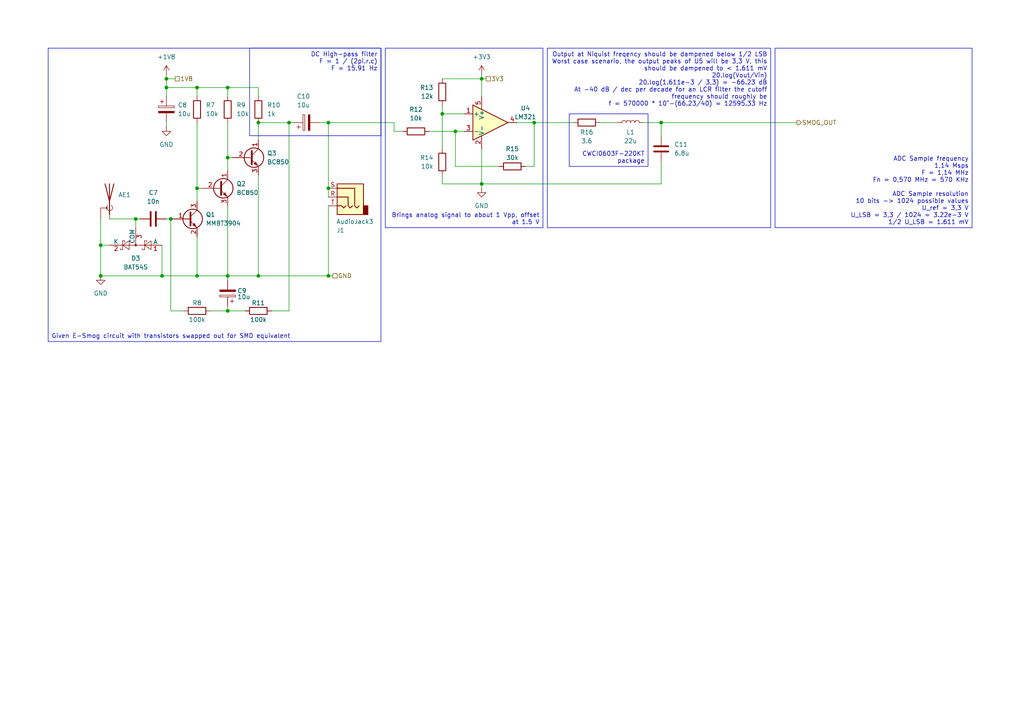
<source format=kicad_sch>
(kicad_sch (version 20231120) (generator "eeschema") (generator_version "8.0")
  (paper "A4")
  (title_block (title "E-Smog detector receiver") (date "2024-03-15") (rev "0.2") (company "ARNweb Inc. ") (comment 1 "1798423") (comment 2 "Arne van Iterson"))
  (lib_symbols
    (symbol "Amplifier_Operational:LM321" (pin_names (offset 0.127))
      (property "Reference" "U" (at 0 7.62 0))
      (property "Value" "LM321" (at 0 5.08 0))
      (symbol "LM321_0_1"
        (polyline (pts (xy -5.08 5.08) (xy 5.08 0) (xy -5.08 -5.08) (xy -5.08 5.08)) (stroke (width 0.254)) (fill (type background)))
      )
      (symbol "LM321_1_1"
        (pin input line (at -7.62 2.54 0) (length 2.54) (name "+") (number "1"))
        (pin power_in line (at -2.54 -7.62 90) (length 3.81) (name "V-") (number "2"))
        (pin input line (at -7.62 -2.54 0) (length 2.54) (name "-") (number "3"))
        (pin output line (at 7.62 0 180) (length 2.54) (name "~") (number "4"))
        (pin power_in line (at -2.54 7.62 270) (length 3.81) (name "V+") (number "5"))
      )
    )
    (symbol "Connector_Audio:AudioJack3"
      (property "Reference" "J" (at 0 8.89 0))
      (property "Value" "AudioJack3" (at 0 6.35 0))
      (symbol "AudioJack3_0_1"
        (rectangle (start -5.08 -5.08) (end -6.35 -2.54) (stroke (width 0.254)) (fill (type outline)))
        (polyline (pts (xy 0 -2.54) (xy 0.635 -3.175) (xy 1.27 -2.54) (xy 2.54 -2.54)) (stroke (width 0.254)))
        (polyline (pts (xy -1.905 -2.54) (xy -1.27 -3.175) (xy -0.635 -2.54) (xy -0.635 0) (xy 2.54 0)) (stroke (width 0.254)))
        (polyline (pts (xy 2.54 2.54) (xy -2.54 2.54) (xy -2.54 -2.54) (xy -3.175 -3.175) (xy -3.81 -2.54)) (stroke (width 0.254)))
        (rectangle (start 2.54 3.81) (end -5.08 -5.08) (stroke (width 0.254)) (fill (type background)))
      )
      (symbol "AudioJack3_1_1"
        (pin passive line (at 5.08 0 180) (length 2.54) (name "~") (number "R"))
        (pin passive line (at 5.08 2.54 180) (length 2.54) (name "~") (number "S"))
        (pin passive line (at 5.08 -2.54 180) (length 2.54) (name "~") (number "T"))
      )
    )
    (symbol "Device:Antenna_Shield" (pin_numbers hide) (pin_names (offset 1.016) hide)
      (property "Reference" "AE" (at -1.905 4.445 0))
      (property "Value" "Antenna_Shield" (at -1.905 2.54 0))
      (symbol "Antenna_Shield_0_1"
        (arc (start -0.508 -1.143) (mid -0.8429 -2.1194) (end 0 -2.667))
        (arc (start 0 -2.667) (mid 0.7989 -2.1052) (end 0.508 -1.143))
        (polyline (pts (xy 0 -2.54) (xy 0 0)))
        (polyline (pts (xy 0 5.08) (xy 0 -3.81)) (stroke (width 0.254)))
        (polyline (pts (xy 0.762 -1.905) (xy 2.54 -1.905)))
        (polyline (pts (xy 2.54 -2.54) (xy 2.54 -1.905)))
        (polyline (pts (xy 1.27 5.08) (xy 0 0) (xy -1.27 5.08)) (stroke (width 0.254)))
        (circle (center 0.762 -1.905) (radius 0.1778) (fill (type outline)))
      )
      (symbol "Antenna_Shield_1_1"
        (pin input line (at 0 -5.08 90) (length 2.54) (name "A") (number "1"))
        (pin input line (at 2.54 -5.08 90) (length 2.54) (name "Shield") (number "2"))
      )
    )
    (symbol "Device:C" (pin_numbers hide) (pin_names (offset 0.254))
      (property "Reference" "C" (at 0.635 2.54 0))
      (property "Value" "C" (at 0.635 -2.54 0))
      (symbol "C_0_1"
        (polyline (pts (xy -2.032 -0.762) (xy 2.032 -0.762)) (stroke (width 0.508)))
        (polyline (pts (xy -2.032 0.762) (xy 2.032 0.762)) (stroke (width 0.508)))
      )
      (symbol "C_1_1"
        (pin passive line (at 0 3.81 270) (length 2.794) (name "~") (number "1"))
        (pin passive line (at 0 -3.81 90) (length 2.794) (name "~") (number "2"))
      )
    )
    (symbol "Device:C_Polarized" (pin_numbers hide) (pin_names (offset 0.254))
      (property "Reference" "C" (at 0.635 2.54 0))
      (property "Value" "C_Polarized" (at 0.635 -2.54 0))
      (symbol "C_Polarized_0_1"
        (rectangle (start -2.286 0.508) (end 2.286 1.016))
        (polyline (pts (xy -1.778 2.286) (xy -0.762 2.286)))
        (polyline (pts (xy -1.27 2.794) (xy -1.27 1.778)))
        (rectangle (start 2.286 -0.508) (end -2.286 -1.016) (fill (type outline)))
      )
      (symbol "C_Polarized_1_1"
        (pin passive line (at 0 3.81 270) (length 2.794) (name "~") (number "1"))
        (pin passive line (at 0 -3.81 90) (length 2.794) (name "~") (number "2"))
      )
    )
    (symbol "Device:L" (pin_numbers hide) (pin_names (offset 1.016) hide)
      (property "Reference" "L" (at -1.27 0 90))
      (property "Value" "L" (at 1.905 0 90))
      (symbol "L_0_1"
        (arc (start 0 -2.54) (mid 0.6323 -1.905) (end 0 -1.27))
        (arc (start 0 -1.27) (mid 0.6323 -0.635) (end 0 0))
        (arc (start 0 0) (mid 0.6323 0.635) (end 0 1.27))
        (arc (start 0 1.27) (mid 0.6323 1.905) (end 0 2.54))
      )
      (symbol "L_1_1"
        (pin passive line (at 0 3.81 270) (length 1.27) (name "1") (number "1"))
        (pin passive line (at 0 -3.81 90) (length 1.27) (name "2") (number "2"))
      )
    )
    (symbol "Device:R" (pin_numbers hide) (pin_names (offset 0))
      (property "Reference" "R" (at 2.032 0 90))
      (property "Value" "R" (at 0 0 90))
      (symbol "R_0_1"
        (rectangle (start -1.016 -2.54) (end 1.016 2.54) (stroke (width 0.254)))
      )
      (symbol "R_1_1"
        (pin passive line (at 0 3.81 270) (length 1.27) (name "~") (number "1"))
        (pin passive line (at 0 -3.81 90) (length 1.27) (name "~") (number "2"))
      )
    )
    (symbol "Diode:BAT54S" (pin_names (offset 0))
      (property "Reference" "D" (at 2.54 -5.08 0))
      (property "Value" "BAT54S" (at -6.35 3.175 0))
      (symbol "BAT54S_0_1"
        (polyline (pts (xy -3.81 0) (xy -1.27 0)))
        (polyline (pts (xy -3.175 -1.27) (xy -3.175 -1.016)))
        (polyline (pts (xy -2.54 -1.27) (xy -3.175 -1.27)))
        (polyline (pts (xy -2.54 -1.27) (xy -2.54 1.27)))
        (polyline (pts (xy -2.54 1.27) (xy -1.905 1.27)))
        (polyline (pts (xy -1.905 0) (xy 1.905 0)))
        (polyline (pts (xy -1.905 1.27) (xy -1.905 1.016)))
        (polyline (pts (xy 1.27 0) (xy 3.81 0)))
        (polyline (pts (xy 3.175 -1.27) (xy 3.175 -1.016)))
        (polyline (pts (xy 3.81 -1.27) (xy 3.175 -1.27)))
        (polyline (pts (xy 3.81 -1.27) (xy 3.81 1.27)))
        (polyline (pts (xy 3.81 1.27) (xy 4.445 1.27)))
        (polyline (pts (xy 4.445 1.27) (xy 4.445 1.016)))
        (polyline (pts (xy -4.445 1.27) (xy -4.445 -1.27) (xy -2.54 0) (xy -4.445 1.27)))
        (polyline (pts (xy 1.905 1.27) (xy 1.905 -1.27) (xy 3.81 0) (xy 1.905 1.27)))
        (circle (center 0 0) (radius 0.254) (fill (type outline)))
      )
      (symbol "BAT54S_1_1"
        (pin passive line (at -7.62 0 0) (length 3.81) (name "A") (number "1"))
        (pin passive line (at 7.62 0 180) (length 3.81) (name "K") (number "2"))
        (pin passive line (at 0 -5.08 90) (length 5.08) (name "COM") (number "3"))
      )
    )
    (symbol "Transistor_BJT:BC547" (pin_names (offset 0) hide)
      (property "Reference" "Q" (at 5.08 1.905 0))
      (property "Value" "BC547" (at 5.08 0 0))
      (symbol "BC547_0_1"
        (polyline (pts (xy 0 0) (xy 0.635 0)))
        (polyline (pts (xy 0.635 0.635) (xy 2.54 2.54)))
        (polyline (pts (xy 0.635 -0.635) (xy 2.54 -2.54) (xy 2.54 -2.54)))
        (polyline (pts (xy 0.635 1.905) (xy 0.635 -1.905) (xy 0.635 -1.905)) (stroke (width 0.508)))
        (polyline (pts (xy 1.27 -1.778) (xy 1.778 -1.27) (xy 2.286 -2.286) (xy 1.27 -1.778) (xy 1.27 -1.778)) (fill (type outline)))
        (circle (center 1.27 0) (radius 2.8194) (stroke (width 0.254)))
      )
      (symbol "BC547_1_1"
        (pin passive line (at 2.54 5.08 270) (length 2.54) (name "C") (number "1"))
        (pin input line (at -5.08 0 0) (length 5.08) (name "B") (number "2"))
        (pin passive line (at 2.54 -5.08 90) (length 2.54) (name "E") (number "3"))
      )
    )
    (symbol "Transistor_BJT:MMBT3904" (pin_names (offset 0) hide)
      (property "Reference" "Q" (at 5.08 1.905 0))
      (property "Value" "MMBT3904" (at 5.08 0 0))
      (symbol "MMBT3904_0_1"
        (polyline (pts (xy 0.635 0.635) (xy 2.54 2.54)))
        (polyline (pts (xy 0.635 -0.635) (xy 2.54 -2.54) (xy 2.54 -2.54)))
        (polyline (pts (xy 0.635 1.905) (xy 0.635 -1.905) (xy 0.635 -1.905)) (stroke (width 0.508)))
        (polyline (pts (xy 1.27 -1.778) (xy 1.778 -1.27) (xy 2.286 -2.286) (xy 1.27 -1.778) (xy 1.27 -1.778)) (fill (type outline)))
        (circle (center 1.27 0) (radius 2.8194) (stroke (width 0.254)))
      )
      (symbol "MMBT3904_1_1"
        (pin input line (at -5.08 0 0) (length 5.715) (name "B") (number "1"))
        (pin passive line (at 2.54 -5.08 90) (length 2.54) (name "E") (number "2"))
        (pin passive line (at 2.54 5.08 270) (length 2.54) (name "C") (number "3"))
      )
    )
    (symbol "power:+1V8" (power) (pin_numbers hide) (pin_names (offset 0) hide)
      (property "Value" "+1V8" (at 0 3.556 0))
      (symbol "+1V8_0_1"
        (polyline (pts (xy -0.762 1.27) (xy 0 2.54)))
        (polyline (pts (xy 0 0) (xy 0 2.54)))
        (polyline (pts (xy 0 2.54) (xy 0.762 1.27)))
      )
      (symbol "+1V8_1_1"
        (pin power_in line (at 0 0 90) (length 0) (name "~") (number "1"))
      )
    )
    (symbol "power:+3V3" (power) (pin_numbers hide) (pin_names (offset 0) hide)
      (property "Value" "+3V3" (at 0 3.556 0))
      (symbol "+3V3_0_1"
        (polyline (pts (xy -0.762 1.27) (xy 0 2.54)))
        (polyline (pts (xy 0 0) (xy 0 2.54)))
        (polyline (pts (xy 0 2.54) (xy 0.762 1.27)))
      )
      (symbol "+3V3_1_1"
        (pin power_in line (at 0 0 90) (length 0) (name "~") (number "1"))
      )
    )
    (symbol "power:GND" (power) (pin_numbers hide) (pin_names (offset 0) hide)
      (property "Value" "GND" (at 0 -3.81 0))
      (symbol "GND_0_1"
        (polyline (pts (xy 0 0) (xy 0 -1.27) (xy 1.27 -1.27) (xy 0 -2.54) (xy -1.27 -1.27) (xy 0 -1.27)))
      )
      (symbol "GND_1_1"
        (pin power_in line (at 0 0 270) (length 0) (name "~") (number "1"))
      )
    )
  )
  (junction (at 66.04 25.4))
  (junction (at 95.25 80.01))
  (junction (at 66.04 80.01))
  (junction (at 66.04 45.72))
  (junction (at 74.93 80.01))
  (junction (at 66.04 90.17))
  (junction (at 29.21 80.01))
  (junction (at 48.26 22.86))
  (junction (at 57.15 80.01))
  (junction (at 74.93 35.56))
  (junction (at 139.7 22.86))
  (junction (at 29.21 71.12))
  (junction (at 49.53 63.5))
  (junction (at 57.15 54.61))
  (junction (at 57.15 25.4))
  (junction (at 95.25 54.61))
  (junction (at 139.7 53.34))
  (junction (at 128.27 33.02))
  (junction (at 39.37 63.5))
  (junction (at 46.99 80.01))
  (junction (at 132.08 38.1))
  (junction (at 191.77 35.56))
  (junction (at 83.82 35.56))
  (junction (at 48.26 25.4))
  (junction (at 95.25 35.56))
  (junction (at 154.94 35.56))
  (wire (pts (xy 48.26 63.5) (xy 49.53 63.5)))
  (wire (pts (xy 48.26 25.4) (xy 48.26 27.94)))
  (wire (pts (xy 74.93 35.56) (xy 74.93 40.64)))
  (wire (pts (xy 114.3 38.1) (xy 116.84 38.1)))
  (wire (pts (xy 95.25 35.56) (xy 95.25 54.61)))
  (wire (pts (xy 152.4 48.26) (xy 154.94 48.26)))
  (wire (pts (xy 128.27 53.34) (xy 128.27 50.8)))
  (wire (pts (xy 66.04 25.4) (xy 66.04 27.94)))
  (wire (pts (xy 66.04 35.56) (xy 66.04 45.72)))
  (wire (pts (xy 95.25 35.56) (xy 114.3 35.56)))
  (wire (pts (xy 139.7 21.59) (xy 139.7 22.86)))
  (wire (pts (xy 173.99 35.56) (xy 179.07 35.56)))
  (wire (pts (xy 78.74 90.17) (xy 83.82 90.17)))
  (wire (pts (xy 29.21 71.12) (xy 29.21 80.01)))
  (wire (pts (xy 128.27 33.02) (xy 128.27 43.18)))
  (wire (pts (xy 132.08 38.1) (xy 132.08 48.26)))
  (wire (pts (xy 139.7 43.18) (xy 139.7 53.34)))
  (wire (pts (xy 48.26 35.56) (xy 48.26 36.83)))
  (wire (pts (xy 66.04 90.17) (xy 66.04 88.9)))
  (wire (pts (xy 74.93 35.56) (xy 83.82 35.56)))
  (wire (pts (xy 48.26 25.4) (xy 57.15 25.4)))
  (wire (pts (xy 66.04 90.17) (xy 71.12 90.17)))
  (wire (pts (xy 191.77 53.34) (xy 139.7 53.34)))
  (wire (pts (xy 128.27 30.48) (xy 128.27 33.02)))
  (wire (pts (xy 49.53 90.17) (xy 53.34 90.17)))
  (wire (pts (xy 149.86 35.56) (xy 154.94 35.56)))
  (wire (pts (xy 48.26 22.86) (xy 50.8 22.86)))
  (wire (pts (xy 83.82 35.56) (xy 85.09 35.56)))
  (wire (pts (xy 139.7 53.34) (xy 139.7 54.61)))
  (wire (pts (xy 66.04 25.4) (xy 74.93 25.4)))
  (wire (pts (xy 186.69 35.56) (xy 191.77 35.56)))
  (wire (pts (xy 191.77 35.56) (xy 231.14 35.56)))
  (wire (pts (xy 48.26 22.86) (xy 48.26 25.4)))
  (wire (pts (xy 132.08 48.26) (xy 144.78 48.26)))
  (wire (pts (xy 95.25 54.61) (xy 95.25 57.15)))
  (wire (pts (xy 57.15 35.56) (xy 57.15 54.61)))
  (wire (pts (xy 57.15 54.61) (xy 57.15 58.42)))
  (wire (pts (xy 95.25 80.01) (xy 96.52 80.01)))
  (wire (pts (xy 49.53 90.17) (xy 49.53 63.5)))
  (wire (pts (xy 191.77 46.99) (xy 191.77 53.34)))
  (wire (pts (xy 114.3 35.56) (xy 114.3 38.1)))
  (wire (pts (xy 57.15 25.4) (xy 57.15 27.94)))
  (wire (pts (xy 57.15 54.61) (xy 58.42 54.61)))
  (wire (pts (xy 57.15 80.01) (xy 66.04 80.01)))
  (wire (pts (xy 31.75 63.5) (xy 39.37 63.5)))
  (wire (pts (xy 29.21 63.5) (xy 29.21 71.12)))
  (wire (pts (xy 39.37 63.5) (xy 39.37 66.04)))
  (wire (pts (xy 60.96 90.17) (xy 66.04 90.17)))
  (wire (pts (xy 57.15 68.58) (xy 57.15 80.01)))
  (wire (pts (xy 66.04 80.01) (xy 74.93 80.01)))
  (wire (pts (xy 139.7 22.86) (xy 140.97 22.86)))
  (wire (pts (xy 154.94 35.56) (xy 154.94 48.26)))
  (wire (pts (xy 39.37 63.5) (xy 40.64 63.5)))
  (wire (pts (xy 191.77 35.56) (xy 191.77 39.37)))
  (wire (pts (xy 66.04 45.72) (xy 66.04 49.53)))
  (wire (pts (xy 66.04 81.28) (xy 66.04 80.01)))
  (wire (pts (xy 66.04 59.69) (xy 66.04 80.01)))
  (wire (pts (xy 139.7 22.86) (xy 139.7 27.94)))
  (wire (pts (xy 83.82 35.56) (xy 83.82 90.17)))
  (wire (pts (xy 74.93 25.4) (xy 74.93 27.94)))
  (wire (pts (xy 74.93 50.8) (xy 74.93 80.01)))
  (wire (pts (xy 74.93 80.01) (xy 95.25 80.01)))
  (wire (pts (xy 29.21 80.01) (xy 46.99 80.01)))
  (wire (pts (xy 128.27 33.02) (xy 134.62 33.02)))
  (wire (pts (xy 31.75 71.12) (xy 29.21 71.12)))
  (wire (pts (xy 128.27 53.34) (xy 139.7 53.34)))
  (wire (pts (xy 92.71 35.56) (xy 95.25 35.56)))
  (wire (pts (xy 124.46 38.1) (xy 132.08 38.1)))
  (wire (pts (xy 48.26 21.59) (xy 48.26 22.86)))
  (wire (pts (xy 132.08 38.1) (xy 134.62 38.1)))
  (wire (pts (xy 46.99 71.12) (xy 46.99 80.01)))
  (wire (pts (xy 57.15 80.01) (xy 46.99 80.01)))
  (wire (pts (xy 57.15 25.4) (xy 66.04 25.4)))
  (wire (pts (xy 66.04 45.72) (xy 67.31 45.72)))
  (wire (pts (xy 95.25 59.69) (xy 95.25 80.01)))
  (wire (pts (xy 128.27 22.86) (xy 139.7 22.86)))
  (wire (pts (xy 154.94 35.56) (xy 166.37 35.56)))
  (text_box "DC High-pass filter\nF = 1 / (2pi.r.c)\nF = 15,91 Hz" (at 72.39 13.97 0) (size 38.1 25.4) (effects (font (size 1.27 1.27)) (justify right top)))
  (text_box "Given E-Smog circuit with transistors swapped out for SMD equivalent" (at 13.97 13.97 0) (size 96.52 85.09) (effects (font (size 1.27 1.27)) (justify left bottom)))
  (text_box "CWCI0603F-220KT package" (at 165.1 33.02 0) (size 22.86 15.24) (effects (font (size 1.27 1.27)) (justify right bottom)))
  (text_box "ADC Sample frequency\n1,14 Msps\nF = 1,14 MHz\nFn = 0,570 MHz = 570 KHz\n\nADC Sample resolution\n10 bits -> 1024 possible values\nU_ref = 3,3 V\nU_LSB = 3,3 / 1024 = 3.22e-3 V\n1/2 U_LSB = 1.611 mV" (at 224.79 13.97 0) (size 57.15 52.07) (effects (font (size 1.27 1.27)) (justify right bottom)))
  (text_box "Brings analog signal to about 1 Vpp, offset at 1.5 V\n" (at 111.76 13.97 0) (size 45.72 52.07) (effects (font (size 1.27 1.27)) (justify right bottom)))
  (text_box "Output at Niquist freqency should be dampened below 1/2 LSB\nWorst case scenario, the output peaks of U5 will be 3,3 V, this should be dampened to < 1.611 mV\n20.log(Vout/Vin)\n20.log(1.611e-3 / 3,3) = -66.23 dB\nAt -40 dB / dec per decade for an LCR filter the cutoff frequency should roughly be\nf = 570000 * 10^-(66.23/40) = 12595.33 Hz" (at 158.75 13.97 0) (size 64.77 52.07) (effects (font (size 1.27 1.27)) (justify right top)))
  (hierarchical_label "3V3" (shape passive) (at 140.97 22.86 0))
  (hierarchical_label "GND" (shape passive) (at 96.52 80.01 0))
  (hierarchical_label "SMOG_OUT" (shape output) (at 231.14 35.56 0))
  (hierarchical_label "1V8" (shape passive) (at 50.8 22.86 0))
  (symbol (lib_id "Device:R") (at 74.93 31.75 0) (unit 1)
    (property "Reference" "R10" (at 77.47 30.4799 0) (effects (justify left)))
    (property "Value" "1k" (at 77.47 33.0199 0) (effects (justify left)))
    (property "Footprint" "Resistor_SMD:R_0402_1005Metric" (effects (hide yes)))
    (property "Description" "Resistor" (effects (hide yes)))
  )
  (symbol (lib_id "power:GND") (at 48.26 36.83 0) (unit 1)
    (property "Reference" "#PWR07" (effects (hide yes)))
    (property "Value" "GND" (at 48.26 41.91 0))
    (property "Description" "Power symbol creates a global label with name \"GND\" , ground" (effects (hide yes)))
  )
  (symbol (lib_id "Amplifier_Operational:LM321") (at 142.24 35.56 0) (unit 1)
    (property "Reference" "U4" (at 152.4 31.369 0))
    (property "Value" "LM321" (at 152.4 33.909 0))
    (property "Footprint" "Package_TO_SOT_SMD:SOT-23-5" (effects (hide yes)))
    (property "Datasheet" "http://www.ti.com/lit/ds/symlink/lm321.pdf" (effects (hide yes)))
    (property "Description" "Low Power Single Operational Amplifier, SOT-23-5" (effects (hide yes)))
  )
  (symbol (lib_id "Device:R") (at 66.04 31.75 0) (unit 1)
    (property "Reference" "R9" (at 68.58 30.4799 0) (effects (justify left)))
    (property "Value" "10k" (at 68.58 33.0199 0) (effects (justify left)))
    (property "Footprint" "Resistor_SMD:R_0402_1005Metric" (effects (hide yes)))
    (property "Description" "Resistor" (effects (hide yes)))
  )
  (symbol (lib_id "Diode:BAT54S") (at 39.37 71.12 180) (unit 1)
    (property "Reference" "D3" (at 39.37 74.93 0))
    (property "Value" "BAT54S" (at 39.37 77.47 0))
    (property "Footprint" "Package_TO_SOT_SMD:SOT-23" (effects (hide yes)))
    (property "Datasheet" "https://www.diodes.com/assets/Datasheets/ds11005.pdf" (effects (hide yes)))
    (property "Description" "Vr 30V, If 200mA, Dual schottky barrier diode, in series, SOT-323" (effects (hide yes)))
  )
  (symbol (lib_id "Device:R") (at 74.93 90.17 90) (unit 1)
    (property "Reference" "R11" (at 74.93 87.884 90))
    (property "Value" "100k" (at 74.93 92.71 90))
    (property "Footprint" "Resistor_SMD:R_0402_1005Metric" (effects (hide yes)))
    (property "Description" "Resistor" (effects (hide yes)))
  )
  (symbol (lib_id "Device:R") (at 57.15 31.75 0) (unit 1)
    (property "Reference" "R7" (at 59.69 30.4799 0) (effects (justify left)))
    (property "Value" "10k" (at 59.69 33.0199 0) (effects (justify left)))
    (property "Footprint" "Resistor_SMD:R_0402_1005Metric" (effects (hide yes)))
    (property "Description" "Resistor" (effects (hide yes)))
  )
  (symbol (lib_id "Transistor_BJT:MMBT3904") (at 54.61 63.5 0) (unit 1)
    (property "Reference" "Q1" (at 59.69 62.2299 0) (effects (justify left)))
    (property "Value" "MMBT3904" (at 59.69 64.7699 0) (effects (justify left)))
    (property "Footprint" "Package_TO_SOT_SMD:SOT-23" (effects (hide yes)))
    (property "Datasheet" "https://www.onsemi.com/pdf/datasheet/pzt3904-d.pdf" (effects (hide yes)))
    (property "Description" "0.2A Ic, 40V Vce, Small Signal NPN Transistor, SOT-23" (effects (hide yes)))
  )
  (symbol (lib_id "Device:R") (at 170.18 35.56 90) (unit 1) (in_bom no)
    (property "Reference" "R16" (at 170.18 38.354 90))
    (property "Value" "3.6" (at 170.18 40.894 90))
    (property "Footprint" "Resistor_SMD:R_0402_1005Metric" (effects (hide yes)))
    (property "Description" "Resistor" (effects (hide yes)))
  )
  (symbol (lib_id "Device:C_Polarized") (at 48.26 31.75 0) (unit 1)
    (property "Reference" "C8" (at 51.562 30.48 0) (effects (justify left)))
    (property "Value" "10u" (at 51.562 33.02 0) (effects (justify left)))
    (property "Footprint" "Capacitor_SMD:C_0402_1005Metric" (effects (hide yes)))
    (property "Description" "Polarized capacitor" (effects (hide yes)))
  )
  (symbol (lib_id "Transistor_BJT:BC547") (at 63.5 54.61 0) (unit 1)
    (property "Reference" "Q2" (at 68.58 53.3399 0) (effects (justify left)))
    (property "Value" "BC850" (at 68.58 55.8799 0) (effects (justify left)))
    (property "Footprint" "Package_TO_SOT_SMD:SOT-23-3" (effects (hide yes)))
    (property "Datasheet" "https://www.onsemi.com/pub/Collateral/BC550-D.pdf" (effects (hide yes)))
    (property "Description" "0.1A Ic, 45V Vce, Small Signal NPN Transistor, TO-92" (effects (hide yes)))
  )
  (symbol (lib_id "Device:R") (at 128.27 26.67 0) (mirror y) (unit 1)
    (property "Reference" "R13" (at 125.73 25.3999 0) (effects (justify left)))
    (property "Value" "12k" (at 125.73 27.9399 0) (effects (justify left)))
    (property "Footprint" "Resistor_SMD:R_0402_1005Metric" (effects (hide yes)))
    (property "Description" "Resistor" (effects (hide yes)))
  )
  (symbol (lib_id "Device:Antenna_Shield") (at 31.75 58.42 0) (mirror y) (unit 1)
    (property "Reference" "AE1" (at 34.29 56.5149 0) (effects (justify right)))
    (property "Value" "Antenna_Shield" (effects (hide yes)))
    (property "Footprint" "Connector_Coaxial:U.FL_Molex_MCRF_73412-0110_Vertical" (effects (hide yes)))
    (property "Description" "Antenna with extra pin for shielding" (effects (hide yes)))
    (property "LCSC Part" "C496552" (effects (hide yes)))
  )
  (symbol (lib_id "power:GND") (at 29.21 80.01 0) (unit 1)
    (property "Reference" "#PWR05" (effects (hide yes)))
    (property "Value" "GND" (at 29.21 85.09 0))
    (property "Description" "Power symbol creates a global label with name \"GND\" , ground" (effects (hide yes)))
  )
  (symbol (lib_id "power:+1V8") (at 48.26 21.59 0) (unit 1)
    (property "Reference" "#PWR06" (effects (hide yes)))
    (property "Value" "+1V8" (at 48.26 16.51 0))
    (property "Description" "Power symbol creates a global label with name \"+1V8\"" (effects (hide yes)))
  )
  (symbol (lib_id "Connector_Audio:AudioJack3") (at 100.33 57.15 0) (mirror y) (unit 1)
    (property "Reference" "J1" (at 97.536 66.802 0) (effects (justify right)))
    (property "Value" "AudioJack3" (at 97.536 64.262 0) (effects (justify right)))
    (property "Footprint" "Connector_Audio:Jack_3.5mm_PJ320D_Horizontal" (effects (hide yes)))
    (property "Description" "Audio Jack, 3 Poles (Stereo / TRS)" (effects (hide yes)))
  )
  (symbol (lib_id "Device:C") (at 191.77 43.18 0) (unit 1)
    (property "Reference" "C11" (at 195.58 41.9099 0) (effects (justify left)))
    (property "Value" "6.8u" (at 195.58 44.4499 0) (effects (justify left)))
    (property "Footprint" "Capacitor_SMD:C_0402_1005Metric" (effects (hide yes)))
    (property "Description" "Unpolarized capacitor" (effects (hide yes)))
  )
  (symbol (lib_id "Device:L") (at 182.88 35.56 90) (unit 1)
    (property "Reference" "L1" (at 182.88 38.354 90))
    (property "Value" "22u" (at 182.88 40.894 90))
    (property "Footprint" "Inductor_SMD:L_0201_0603Metric" (effects (hide yes)))
    (property "Description" "Inductor" (effects (hide yes)))
  )
  (symbol (lib_id "Transistor_BJT:BC547") (at 72.39 45.72 0) (unit 1)
    (property "Reference" "Q3" (at 77.47 44.4499 0) (effects (justify left)))
    (property "Value" "BC850" (at 77.47 46.9899 0) (effects (justify left)))
    (property "Footprint" "Package_TO_SOT_SMD:SOT-23-3" (effects (hide yes)))
    (property "Datasheet" "https://www.onsemi.com/pub/Collateral/BC550-D.pdf" (effects (hide yes)))
    (property "Description" "0.1A Ic, 45V Vce, Small Signal NPN Transistor, TO-92" (effects (hide yes)))
  )
  (symbol (lib_id "Device:C_Polarized") (at 88.9 35.56 90) (unit 1)
    (property "Reference" "C10" (at 88.011 27.94 90))
    (property "Value" "10u" (at 88.011 30.48 90))
    (property "Footprint" "Capacitor_SMD:C_0402_1005Metric" (effects (hide yes)))
    (property "Description" "Polarized capacitor" (effects (hide yes)))
  )
  (symbol (lib_id "Device:R") (at 57.15 90.17 270) (unit 1)
    (property "Reference" "R8" (at 57.15 87.884 90))
    (property "Value" "100k" (at 57.15 92.71 90))
    (property "Footprint" "Resistor_SMD:R_0402_1005Metric" (effects (hide yes)))
    (property "Description" "Resistor" (effects (hide yes)))
  )
  (symbol (lib_id "power:GND") (at 139.7 54.61 0) (unit 1)
    (property "Reference" "#PWR09" (effects (hide yes)))
    (property "Value" "GND" (at 139.7 59.69 0))
    (property "Description" "Power symbol creates a global label with name \"GND\" , ground" (effects (hide yes)))
  )
  (symbol (lib_id "power:+3V3") (at 139.7 21.59 0) (unit 1)
    (property "Reference" "#PWR08" (effects (hide yes)))
    (property "Value" "+3V3" (at 139.7 16.51 0))
    (property "Description" "Power symbol creates a global label with name \"+3V3\"" (effects (hide yes)))
  )
  (symbol (lib_id "Device:R") (at 148.59 48.26 270) (mirror x) (unit 1)
    (property "Reference" "R15" (at 148.59 43.18 90))
    (property "Value" "30k" (at 148.59 45.72 90))
    (property "Footprint" "Resistor_SMD:R_0402_1005Metric" (effects (hide yes)))
    (property "Description" "Resistor" (effects (hide yes)))
  )
  (symbol (lib_id "Device:R") (at 128.27 46.99 0) (mirror x) (unit 1)
    (property "Reference" "R14" (at 125.73 45.7199 0) (effects (justify right)))
    (property "Value" "10k" (at 125.73 48.2599 0) (effects (justify right)))
    (property "Footprint" "Resistor_SMD:R_0402_1005Metric" (effects (hide yes)))
    (property "Description" "Resistor" (effects (hide yes)))
  )
  (symbol (lib_id "Device:C_Polarized") (at 66.04 85.09 180) (unit 1)
    (property "Reference" "C9" (at 68.834 84.328 0) (effects (justify right)))
    (property "Value" "10u" (at 68.834 86.106 0) (effects (justify right)))
    (property "Footprint" "Capacitor_SMD:C_0402_1005Metric" (effects (hide yes)))
    (property "Description" "Polarized capacitor" (effects (hide yes)))
  )
  (symbol (lib_id "Device:R") (at 120.65 38.1 90) (unit 1)
    (property "Reference" "R12" (at 120.65 31.75 90))
    (property "Value" "10k" (at 120.65 34.29 90))
    (property "Footprint" "Resistor_SMD:R_0402_1005Metric" (effects (hide yes)))
    (property "Description" "Resistor" (effects (hide yes)))
  )
  (symbol (lib_id "Device:C") (at 44.45 63.5 90) (unit 1)
    (property "Reference" "C7" (at 44.45 55.88 90))
    (property "Value" "10n" (at 44.45 58.42 90))
    (property "Footprint" "Capacitor_SMD:C_0402_1005Metric" (effects (hide yes)))
    (property "Description" "Unpolarized capacitor" (effects (hide yes)))
  )
)
</source>
